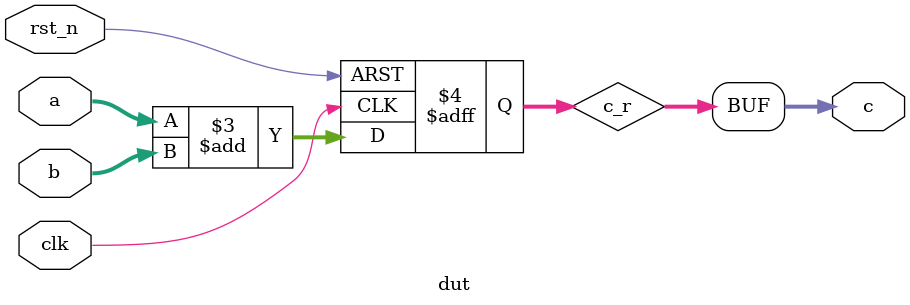
<source format=sv>
module dut(clk,
	rst_n,
	a,
	b,
	c);
input 		          clk;
input 		          rst_n;
input  [7:0]          a;
input  [7:0]          b;
output [8:0]	      c;

reg	   [8:0]          c_r;
always @(posedge clk or negedge rst_n)begin
	if(!rst_n)begin
		c_r <= 9'b0;
	end
	else begin
		c_r <= a + b;
	end
end


assign c = c_r;
endmodule


</source>
